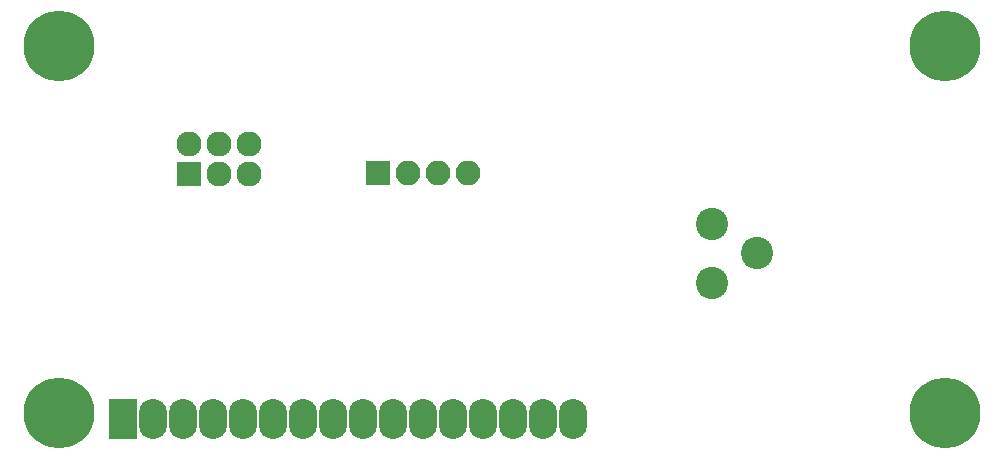
<source format=gbr>
G04 #@! TF.GenerationSoftware,KiCad,Pcbnew,5.0.0-rc2-dev-unknown-0f0d9af~63~ubuntu16.04.1*
G04 #@! TF.CreationDate,2018-05-08T16:55:26+02:00*
G04 #@! TF.ProjectId,display,646973706C61792E6B696361645F7063,rev?*
G04 #@! TF.SameCoordinates,Original*
G04 #@! TF.FileFunction,Soldermask,Bot*
G04 #@! TF.FilePolarity,Negative*
%FSLAX46Y46*%
G04 Gerber Fmt 4.6, Leading zero omitted, Abs format (unit mm)*
G04 Created by KiCad (PCBNEW 5.0.0-rc2-dev-unknown-0f0d9af~63~ubuntu16.04.1) date Tue May  8 16:55:26 2018*
%MOMM*%
%LPD*%
G01*
G04 APERTURE LIST*
%ADD10R,2.400000X3.400000*%
%ADD11O,2.400000X3.400000*%
%ADD12R,2.127200X2.127200*%
%ADD13O,2.127200X2.127200*%
%ADD14R,2.100000X2.100000*%
%ADD15O,2.100000X2.100000*%
%ADD16C,6.000000*%
%ADD17C,2.740000*%
G04 APERTURE END LIST*
D10*
X90400000Y-95500000D03*
D11*
X92940000Y-95500000D03*
X95480000Y-95500000D03*
X98020000Y-95500000D03*
X100560000Y-95500000D03*
X103100000Y-95500000D03*
X105640000Y-95500000D03*
X108180000Y-95500000D03*
X110720000Y-95500000D03*
X113260000Y-95500000D03*
X115800000Y-95500000D03*
X118340000Y-95500000D03*
X120880000Y-95500000D03*
X123420000Y-95500000D03*
X125960000Y-95500000D03*
X128500000Y-95500000D03*
D12*
X95960000Y-74790000D03*
D13*
X95960000Y-72250000D03*
X98500000Y-74790000D03*
X98500000Y-72250000D03*
X101040000Y-74790000D03*
X101040000Y-72250000D03*
D14*
X112000000Y-74750000D03*
D15*
X114540000Y-74750000D03*
X117080000Y-74750000D03*
X119620000Y-74750000D03*
D16*
X85000000Y-64000000D03*
X160000000Y-64000000D03*
X160000000Y-95000000D03*
X85000000Y-95000000D03*
D17*
X140250000Y-84000000D03*
X144050000Y-81500000D03*
X140250000Y-79000000D03*
M02*

</source>
